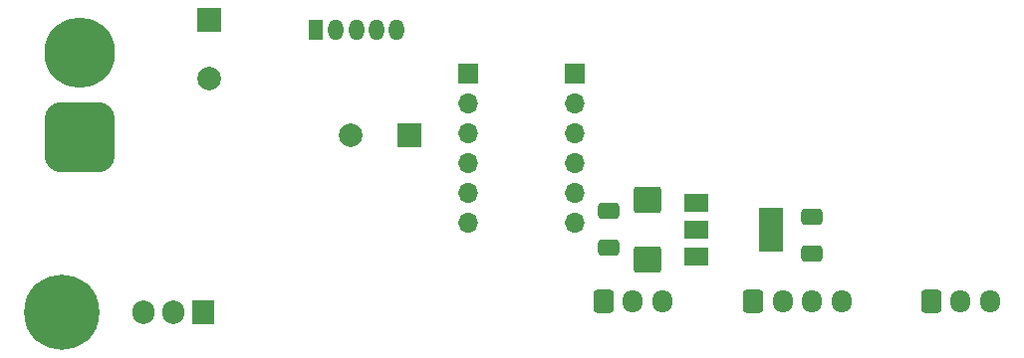
<source format=gbs>
G04 #@! TF.GenerationSoftware,KiCad,Pcbnew,6.0.4-6f826c9f35~116~ubuntu20.04.1*
G04 #@! TF.CreationDate,2022-05-16T06:11:25+01:00*
G04 #@! TF.ProjectId,batmon,6261746d-6f6e-42e6-9b69-6361645f7063,3.1*
G04 #@! TF.SameCoordinates,Original*
G04 #@! TF.FileFunction,Soldermask,Bot*
G04 #@! TF.FilePolarity,Negative*
%FSLAX46Y46*%
G04 Gerber Fmt 4.6, Leading zero omitted, Abs format (unit mm)*
G04 Created by KiCad (PCBNEW 6.0.4-6f826c9f35~116~ubuntu20.04.1) date 2022-05-16 06:11:25*
%MOMM*%
%LPD*%
G01*
G04 APERTURE LIST*
G04 Aperture macros list*
%AMRoundRect*
0 Rectangle with rounded corners*
0 $1 Rounding radius*
0 $2 $3 $4 $5 $6 $7 $8 $9 X,Y pos of 4 corners*
0 Add a 4 corners polygon primitive as box body*
4,1,4,$2,$3,$4,$5,$6,$7,$8,$9,$2,$3,0*
0 Add four circle primitives for the rounded corners*
1,1,$1+$1,$2,$3*
1,1,$1+$1,$4,$5*
1,1,$1+$1,$6,$7*
1,1,$1+$1,$8,$9*
0 Add four rect primitives between the rounded corners*
20,1,$1+$1,$2,$3,$4,$5,0*
20,1,$1+$1,$4,$5,$6,$7,0*
20,1,$1+$1,$6,$7,$8,$9,0*
20,1,$1+$1,$8,$9,$2,$3,0*%
G04 Aperture macros list end*
%ADD10RoundRect,0.250000X-0.600000X-0.725000X0.600000X-0.725000X0.600000X0.725000X-0.600000X0.725000X0*%
%ADD11O,1.700000X1.950000*%
%ADD12R,1.700000X1.700000*%
%ADD13O,1.700000X1.700000*%
%ADD14R,1.275000X1.800000*%
%ADD15O,1.275000X1.800000*%
%ADD16R,2.000000X2.000000*%
%ADD17C,2.000000*%
%ADD18RoundRect,1.500000X1.500000X-1.500000X1.500000X1.500000X-1.500000X1.500000X-1.500000X-1.500000X0*%
%ADD19C,6.000000*%
%ADD20R,1.905000X2.000000*%
%ADD21O,1.905000X2.000000*%
%ADD22C,6.400000*%
%ADD23RoundRect,0.250000X-0.650000X0.412500X-0.650000X-0.412500X0.650000X-0.412500X0.650000X0.412500X0*%
%ADD24R,2.000000X1.500000*%
%ADD25R,2.000000X3.800000*%
%ADD26RoundRect,0.250000X-0.925000X0.875000X-0.925000X-0.875000X0.925000X-0.875000X0.925000X0.875000X0*%
G04 APERTURE END LIST*
D10*
X215500000Y-127075000D03*
D11*
X218000000Y-127075000D03*
X220500000Y-127075000D03*
D12*
X213058000Y-107696000D03*
D13*
X213058000Y-110236000D03*
X213058000Y-112776000D03*
X213058000Y-115316000D03*
X213058000Y-117856000D03*
X213058000Y-120396000D03*
D14*
X191100000Y-103945000D03*
D15*
X192800000Y-103945000D03*
X194500000Y-103945000D03*
X196200000Y-103945000D03*
X197900000Y-103945000D03*
D16*
X199000000Y-113000000D03*
D17*
X194000000Y-113000000D03*
D18*
X171000000Y-113100000D03*
D19*
X171000000Y-105900000D03*
D12*
X204000000Y-107696000D03*
D13*
X204000000Y-110236000D03*
X204000000Y-112776000D03*
X204000000Y-115316000D03*
X204000000Y-117856000D03*
X204000000Y-120396000D03*
D16*
X182000000Y-103132323D03*
D17*
X182000000Y-108132323D03*
D10*
X228250000Y-127075000D03*
D11*
X230750000Y-127075000D03*
X233250000Y-127075000D03*
X235750000Y-127075000D03*
D20*
X181500000Y-128000000D03*
D21*
X178960000Y-128000000D03*
X176420000Y-128000000D03*
D22*
X169500000Y-128000000D03*
D10*
X243364000Y-127100000D03*
D11*
X245864000Y-127100000D03*
X248364000Y-127100000D03*
D23*
X216000000Y-119437500D03*
X216000000Y-122562500D03*
D24*
X223450000Y-123300000D03*
D25*
X229750000Y-121000000D03*
D24*
X223450000Y-121000000D03*
X223450000Y-118700000D03*
D26*
X219250000Y-118450000D03*
X219250000Y-123550000D03*
D23*
X233250000Y-119937500D03*
X233250000Y-123062500D03*
M02*

</source>
